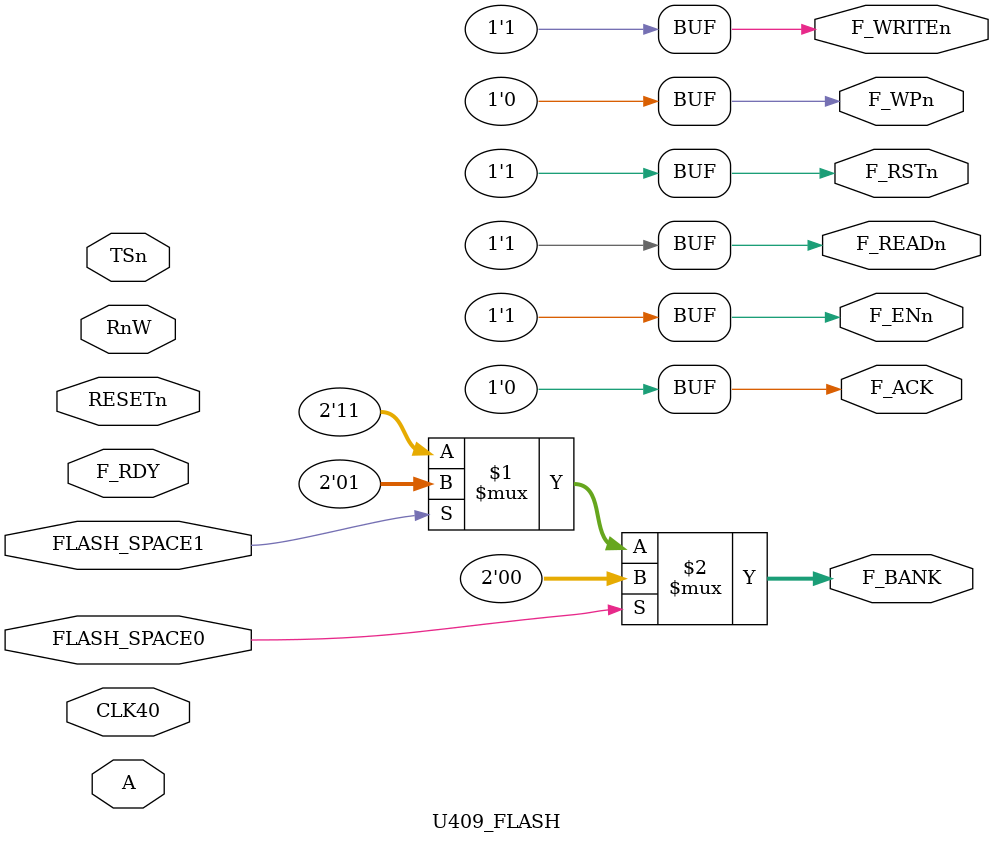
<source format=v>
/*
LICENSE:

This work is released under the Creative Commons Attribution-NonCommercial 4.0 International
https://creativecommons.org/licenses/by-nc/4.0/

You are free to:
Share — copy and redistribute the material in any medium or format
Adapt — remix, transform, and build upon the material
The licensor cannot revoke these freedoms as long as you follow the license terms.

Under the following terms:
Attribution — You must give appropriate credit , provide a link to the license, and indicate if changes were made . You may do so in any reasonable manner, but not in any way that suggests the licensor endorses you or your use.
NonCommercial — You may not use the material for commercial purposes .
No additional restrictions — You may not apply legal terms or technological measures that legally restrict others from doing anything the license permits.

RTL MODULE:

Engineer: Jason Neus
Design Name: U409
Module Name: U409_FLASH
Project Name: AmigaPCI
Target Devices: iCE40-HX4K-TQ144

Description: Flash Control

Revision History:
    01-JUL-2025 : INITIAL REV 6.0 CODE

GitHub: https://github.com/jasonsbeer/AmigaPCI
*/

module U409_FLASH
(

    input CLK40, RESETn, TSn, RnW,
    input FLASH_SPACE1, FLASH_SPACE0, F_RDY,
    input [23:1] A,

    output F_ENn, F_WPn, F_READn, F_WRITEn, F_RSTn, F_ACK,

    output [1:0] F_BANK

);

//For now...

assign F_ENn = 1;
assign F_WPn = 0;
assign F_READn = 1;
assign F_WRITEn = 1;
assign F_RSTn = 1;

assign F_ACK = 0;

assign F_BANK = FLASH_SPACE0 ? 2'b00 :
                FLASH_SPACE1 ? 2'b01 :
                               2'b11 ;

endmodule

</source>
